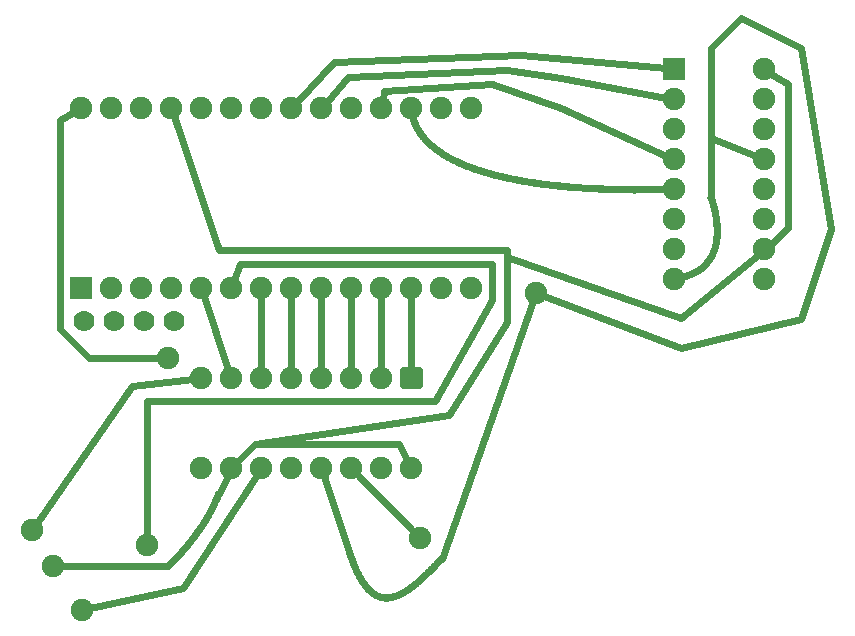
<source format=gbl>
G04 MADE WITH FRITZING*
G04 WWW.FRITZING.ORG*
G04 DOUBLE SIDED*
G04 HOLES PLATED*
G04 CONTOUR ON CENTER OF CONTOUR VECTOR*
%ASAXBY*%
%FSLAX23Y23*%
%MOIN*%
%OFA0B0*%
%SFA1.0B1.0*%
%ADD10C,0.070000*%
%ADD11C,0.075433*%
%ADD12C,0.075000*%
%ADD13R,0.075000X0.075000*%
%ADD14C,0.024000*%
%ADD15C,0.020000*%
%ADD16R,0.001000X0.001000*%
%LNCOPPER0*%
G90*
G70*
G54D10*
X742Y1217D03*
X642Y1217D03*
X942Y1217D03*
X842Y1217D03*
G54D11*
X924Y1096D03*
X852Y472D03*
X540Y400D03*
X636Y256D03*
X1764Y496D03*
X2148Y1312D03*
X468Y520D03*
G54D12*
X634Y1328D03*
X634Y1928D03*
X734Y1328D03*
X734Y1928D03*
X834Y1328D03*
X834Y1928D03*
X934Y1328D03*
X934Y1928D03*
X1034Y1328D03*
X1034Y1928D03*
X1134Y1328D03*
X1134Y1928D03*
X1234Y1328D03*
X1234Y1928D03*
X1334Y1328D03*
X1334Y1928D03*
X1434Y1328D03*
X1434Y1928D03*
X1534Y1328D03*
X1534Y1928D03*
X1634Y1328D03*
X1634Y1928D03*
X1734Y1328D03*
X1734Y1928D03*
X1834Y1328D03*
X1834Y1928D03*
X1934Y1328D03*
X1934Y1928D03*
X1734Y1028D03*
X1734Y728D03*
X1634Y1028D03*
X1634Y728D03*
X1534Y1028D03*
X1534Y728D03*
X1434Y1028D03*
X1434Y728D03*
X1334Y1028D03*
X1334Y728D03*
X1234Y1028D03*
X1234Y728D03*
X1134Y1028D03*
X1134Y728D03*
X1034Y1028D03*
X1034Y728D03*
X2610Y2057D03*
X2910Y2057D03*
X2610Y1957D03*
X2910Y1957D03*
X2610Y1857D03*
X2910Y1857D03*
X2610Y1757D03*
X2910Y1757D03*
X2610Y1657D03*
X2910Y1657D03*
X2610Y1557D03*
X2910Y1557D03*
X2610Y1457D03*
X2910Y1457D03*
X2610Y1357D03*
X2910Y1357D03*
G54D13*
X634Y1328D03*
X2610Y2057D03*
G54D14*
X1634Y1299D02*
X1634Y1056D01*
D02*
X1534Y1299D02*
X1534Y1056D01*
D02*
X1434Y1299D02*
X1434Y1056D01*
D02*
X1334Y1299D02*
X1334Y1056D01*
D02*
X1734Y1056D02*
X1734Y1299D01*
D02*
X1234Y1299D02*
X1234Y1056D01*
D02*
X1043Y1300D02*
X1124Y1055D01*
D02*
X1639Y1956D02*
X1644Y1984D01*
D02*
X1644Y1984D02*
X2004Y2008D01*
X2004Y2008D02*
X2232Y1928D01*
D02*
X2232Y1928D02*
X2584Y1769D01*
D02*
X2582Y1962D02*
X2232Y2028D01*
D02*
X2232Y2028D02*
X2052Y2056D01*
X2052Y2056D02*
X1524Y2032D01*
X1524Y2032D02*
X1452Y1949D01*
D02*
X1353Y1948D02*
X1476Y2080D01*
D02*
X1476Y2080D02*
X2100Y2104D01*
X2100Y2104D02*
X2581Y2060D01*
D02*
X609Y1913D02*
X564Y1888D01*
D02*
X564Y1888D02*
X564Y1192D01*
D02*
X564Y1192D02*
X660Y1096D01*
D02*
X660Y1096D02*
X895Y1096D01*
D02*
X852Y501D02*
X852Y952D01*
D02*
X852Y952D02*
X1812Y952D01*
X1812Y952D02*
X2004Y1288D01*
X2004Y1288D02*
X2004Y1408D01*
X2004Y1408D02*
X1164Y1408D01*
X1164Y1408D02*
X1144Y1354D01*
D02*
X1720Y753D02*
X1692Y808D01*
X1692Y808D02*
X1212Y808D01*
X1212Y808D02*
X1154Y748D01*
D02*
X569Y400D02*
X924Y400D01*
D02*
X1092Y640D02*
X1121Y702D01*
D02*
X943Y1900D02*
X1092Y1456D01*
D02*
X1092Y1456D02*
X2052Y1456D01*
D02*
X2052Y1456D02*
X2052Y1216D01*
X2052Y1216D02*
X1860Y904D01*
X1860Y904D02*
X1212Y808D01*
D02*
X2888Y1439D02*
X2633Y1228D01*
D02*
X2633Y1228D02*
X2052Y1432D01*
D02*
X2052Y1432D02*
X2052Y1456D01*
D02*
X2934Y2042D02*
X2988Y2008D01*
D02*
X2988Y2008D02*
X2988Y1528D01*
X2988Y1528D02*
X2931Y1476D01*
D02*
X1218Y704D02*
X972Y328D01*
D02*
X972Y328D02*
X664Y262D01*
D02*
X1744Y516D02*
X1554Y707D01*
D02*
X2138Y1285D02*
X1836Y424D01*
D02*
X1534Y428D02*
X1443Y700D01*
D02*
X2733Y1627D02*
X2733Y2127D01*
D02*
X2733Y2127D02*
X2834Y2227D01*
D02*
X2834Y2227D02*
X3033Y2129D01*
D02*
X3033Y2129D02*
X3134Y1526D01*
D02*
X3134Y1526D02*
X3033Y1226D01*
D02*
X3033Y1226D02*
X2632Y1129D01*
D02*
X2632Y1129D02*
X2175Y1302D01*
D02*
X2883Y1768D02*
X2733Y1828D01*
D02*
X2733Y1828D02*
X2733Y1627D01*
D02*
X485Y543D02*
X804Y1000D01*
D02*
X804Y1000D02*
X1005Y1024D01*
G54D15*
X1761Y1000D02*
X1706Y1000D01*
X1706Y1055D01*
X1761Y1055D01*
X1761Y1000D01*
D02*
G54D16*
X1731Y1940D02*
X1735Y1940D01*
X1728Y1939D02*
X1738Y1939D01*
X1726Y1938D02*
X1739Y1938D01*
X1725Y1937D02*
X1741Y1937D01*
X1724Y1936D02*
X1742Y1936D01*
X1723Y1935D02*
X1742Y1935D01*
X1723Y1934D02*
X1743Y1934D01*
X1722Y1933D02*
X1743Y1933D01*
X1722Y1932D02*
X1744Y1932D01*
X1722Y1931D02*
X1744Y1931D01*
X1722Y1930D02*
X1744Y1930D01*
X1721Y1929D02*
X1744Y1929D01*
X1721Y1928D02*
X1744Y1928D01*
X1721Y1927D02*
X1745Y1927D01*
X1722Y1926D02*
X1745Y1926D01*
X1722Y1925D02*
X1745Y1925D01*
X1722Y1924D02*
X1745Y1924D01*
X1722Y1923D02*
X1745Y1923D01*
X1722Y1922D02*
X1745Y1922D01*
X1722Y1921D02*
X1745Y1921D01*
X1722Y1920D02*
X1745Y1920D01*
X1722Y1919D02*
X1746Y1919D01*
X1722Y1918D02*
X1746Y1918D01*
X1723Y1917D02*
X1746Y1917D01*
X1723Y1916D02*
X1746Y1916D01*
X1723Y1915D02*
X1746Y1915D01*
X1723Y1914D02*
X1746Y1914D01*
X1723Y1913D02*
X1746Y1913D01*
X1723Y1912D02*
X1747Y1912D01*
X1724Y1911D02*
X1747Y1911D01*
X1724Y1910D02*
X1747Y1910D01*
X1724Y1909D02*
X1747Y1909D01*
X1724Y1908D02*
X1747Y1908D01*
X1724Y1907D02*
X1748Y1907D01*
X1724Y1906D02*
X1748Y1906D01*
X1725Y1905D02*
X1748Y1905D01*
X1725Y1904D02*
X1748Y1904D01*
X1725Y1903D02*
X1749Y1903D01*
X1725Y1902D02*
X1749Y1902D01*
X1726Y1901D02*
X1749Y1901D01*
X1726Y1900D02*
X1749Y1900D01*
X1726Y1899D02*
X1750Y1899D01*
X1726Y1898D02*
X1750Y1898D01*
X1727Y1897D02*
X1750Y1897D01*
X1727Y1896D02*
X1750Y1896D01*
X1727Y1895D02*
X1751Y1895D01*
X1727Y1894D02*
X1751Y1894D01*
X1728Y1893D02*
X1751Y1893D01*
X1728Y1892D02*
X1752Y1892D01*
X1728Y1891D02*
X1752Y1891D01*
X1728Y1890D02*
X1752Y1890D01*
X1729Y1889D02*
X1753Y1889D01*
X1729Y1888D02*
X1753Y1888D01*
X1729Y1887D02*
X1753Y1887D01*
X1730Y1886D02*
X1754Y1886D01*
X1730Y1885D02*
X1754Y1885D01*
X1730Y1884D02*
X1755Y1884D01*
X1731Y1883D02*
X1755Y1883D01*
X1731Y1882D02*
X1755Y1882D01*
X1731Y1881D02*
X1756Y1881D01*
X1732Y1880D02*
X1756Y1880D01*
X1732Y1879D02*
X1757Y1879D01*
X1733Y1878D02*
X1757Y1878D01*
X1733Y1877D02*
X1757Y1877D01*
X1733Y1876D02*
X1758Y1876D01*
X1734Y1875D02*
X1758Y1875D01*
X1734Y1874D02*
X1759Y1874D01*
X1734Y1873D02*
X1759Y1873D01*
X1735Y1872D02*
X1760Y1872D01*
X1735Y1871D02*
X1760Y1871D01*
X1736Y1870D02*
X1761Y1870D01*
X1736Y1869D02*
X1761Y1869D01*
X1737Y1868D02*
X1762Y1868D01*
X1737Y1867D02*
X1762Y1867D01*
X1737Y1866D02*
X1763Y1866D01*
X1738Y1865D02*
X1763Y1865D01*
X1738Y1864D02*
X1764Y1864D01*
X1739Y1863D02*
X1765Y1863D01*
X1739Y1862D02*
X1765Y1862D01*
X1740Y1861D02*
X1766Y1861D01*
X1740Y1860D02*
X1766Y1860D01*
X1741Y1859D02*
X1767Y1859D01*
X1741Y1858D02*
X1768Y1858D01*
X1742Y1857D02*
X1768Y1857D01*
X1742Y1856D02*
X1769Y1856D01*
X1743Y1855D02*
X1769Y1855D01*
X1743Y1854D02*
X1770Y1854D01*
X1744Y1853D02*
X1771Y1853D01*
X1745Y1852D02*
X1772Y1852D01*
X1745Y1851D02*
X1772Y1851D01*
X1746Y1850D02*
X1773Y1850D01*
X1746Y1849D02*
X1774Y1849D01*
X1747Y1848D02*
X1774Y1848D01*
X1747Y1847D02*
X1775Y1847D01*
X1748Y1846D02*
X1776Y1846D01*
X1749Y1845D02*
X1776Y1845D01*
X1749Y1844D02*
X1777Y1844D01*
X1750Y1843D02*
X1778Y1843D01*
X1750Y1842D02*
X1779Y1842D01*
X1751Y1841D02*
X1780Y1841D01*
X1752Y1840D02*
X1780Y1840D01*
X1752Y1839D02*
X1781Y1839D01*
X1753Y1838D02*
X1782Y1838D01*
X1754Y1837D02*
X1783Y1837D01*
X1754Y1836D02*
X1784Y1836D01*
X1755Y1835D02*
X1784Y1835D01*
X1756Y1834D02*
X1785Y1834D01*
X1757Y1833D02*
X1786Y1833D01*
X1757Y1832D02*
X1787Y1832D01*
X1758Y1831D02*
X1788Y1831D01*
X1759Y1830D02*
X1789Y1830D01*
X1759Y1829D02*
X1790Y1829D01*
X1760Y1828D02*
X1791Y1828D01*
X1761Y1827D02*
X1792Y1827D01*
X1762Y1826D02*
X1793Y1826D01*
X1763Y1825D02*
X1794Y1825D01*
X1763Y1824D02*
X1794Y1824D01*
X1764Y1823D02*
X1795Y1823D01*
X1765Y1822D02*
X1796Y1822D01*
X1766Y1821D02*
X1797Y1821D01*
X1767Y1820D02*
X1798Y1820D01*
X1768Y1819D02*
X1800Y1819D01*
X1768Y1818D02*
X1801Y1818D01*
X1769Y1817D02*
X1802Y1817D01*
X1770Y1816D02*
X1803Y1816D01*
X1771Y1815D02*
X1804Y1815D01*
X1772Y1814D02*
X1805Y1814D01*
X1773Y1813D02*
X1806Y1813D01*
X1774Y1812D02*
X1807Y1812D01*
X1775Y1811D02*
X1808Y1811D01*
X1776Y1810D02*
X1809Y1810D01*
X1777Y1809D02*
X1811Y1809D01*
X1778Y1808D02*
X1812Y1808D01*
X1779Y1807D02*
X1813Y1807D01*
X1779Y1806D02*
X1814Y1806D01*
X1780Y1805D02*
X1815Y1805D01*
X1782Y1804D02*
X1816Y1804D01*
X1783Y1803D02*
X1818Y1803D01*
X1784Y1802D02*
X1819Y1802D01*
X1785Y1801D02*
X1820Y1801D01*
X1786Y1800D02*
X1822Y1800D01*
X1787Y1799D02*
X1823Y1799D01*
X1788Y1798D02*
X1824Y1798D01*
X1789Y1797D02*
X1826Y1797D01*
X1790Y1796D02*
X1827Y1796D01*
X1791Y1795D02*
X1828Y1795D01*
X1792Y1794D02*
X1830Y1794D01*
X1793Y1793D02*
X1831Y1793D01*
X1795Y1792D02*
X1833Y1792D01*
X1796Y1791D02*
X1834Y1791D01*
X1797Y1790D02*
X1836Y1790D01*
X1798Y1789D02*
X1837Y1789D01*
X1799Y1788D02*
X1838Y1788D01*
X1801Y1787D02*
X1840Y1787D01*
X1802Y1786D02*
X1841Y1786D01*
X1803Y1785D02*
X1843Y1785D01*
X1804Y1784D02*
X1845Y1784D01*
X1806Y1783D02*
X1846Y1783D01*
X1807Y1782D02*
X1848Y1782D01*
X1808Y1781D02*
X1850Y1781D01*
X1810Y1780D02*
X1851Y1780D01*
X1811Y1779D02*
X1853Y1779D01*
X1812Y1778D02*
X1854Y1778D01*
X1814Y1777D02*
X1856Y1777D01*
X1815Y1776D02*
X1858Y1776D01*
X1816Y1775D02*
X1860Y1775D01*
X1818Y1774D02*
X1861Y1774D01*
X1819Y1773D02*
X1863Y1773D01*
X1821Y1772D02*
X1865Y1772D01*
X1822Y1771D02*
X1867Y1771D01*
X1823Y1770D02*
X1869Y1770D01*
X1825Y1769D02*
X1870Y1769D01*
X1826Y1768D02*
X1872Y1768D01*
X1828Y1767D02*
X1874Y1767D01*
X1829Y1766D02*
X1876Y1766D01*
X1831Y1765D02*
X1878Y1765D01*
X1832Y1764D02*
X1880Y1764D01*
X1834Y1763D02*
X1882Y1763D01*
X1836Y1762D02*
X1884Y1762D01*
X1837Y1761D02*
X1886Y1761D01*
X1839Y1760D02*
X1888Y1760D01*
X1841Y1759D02*
X1891Y1759D01*
X1842Y1758D02*
X1893Y1758D01*
X1844Y1757D02*
X1895Y1757D01*
X1846Y1756D02*
X1897Y1756D01*
X1847Y1755D02*
X1899Y1755D01*
X1849Y1754D02*
X1901Y1754D01*
X1851Y1753D02*
X1904Y1753D01*
X1853Y1752D02*
X1906Y1752D01*
X1854Y1751D02*
X1908Y1751D01*
X1856Y1750D02*
X1911Y1750D01*
X1858Y1749D02*
X1913Y1749D01*
X1860Y1748D02*
X1915Y1748D01*
X1862Y1747D02*
X1918Y1747D01*
X1864Y1746D02*
X1920Y1746D01*
X1866Y1745D02*
X1923Y1745D01*
X1868Y1744D02*
X1925Y1744D01*
X1870Y1743D02*
X1928Y1743D01*
X1872Y1742D02*
X1931Y1742D01*
X1874Y1741D02*
X1933Y1741D01*
X1876Y1740D02*
X1936Y1740D01*
X1878Y1739D02*
X1939Y1739D01*
X1880Y1738D02*
X1941Y1738D01*
X1882Y1737D02*
X1944Y1737D01*
X1884Y1736D02*
X1947Y1736D01*
X1886Y1735D02*
X1950Y1735D01*
X1888Y1734D02*
X1953Y1734D01*
X1891Y1733D02*
X1956Y1733D01*
X1893Y1732D02*
X1959Y1732D01*
X1895Y1731D02*
X1962Y1731D01*
X1897Y1730D02*
X1965Y1730D01*
X1900Y1729D02*
X1968Y1729D01*
X1902Y1728D02*
X1971Y1728D01*
X1905Y1727D02*
X1974Y1727D01*
X1907Y1726D02*
X1978Y1726D01*
X1909Y1725D02*
X1981Y1725D01*
X1912Y1724D02*
X1984Y1724D01*
X1914Y1723D02*
X1987Y1723D01*
X1917Y1722D02*
X1991Y1722D01*
X1920Y1721D02*
X1995Y1721D01*
X1922Y1720D02*
X1998Y1720D01*
X1925Y1719D02*
X2002Y1719D01*
X1927Y1718D02*
X2005Y1718D01*
X1930Y1717D02*
X2009Y1717D01*
X1933Y1716D02*
X2013Y1716D01*
X1936Y1715D02*
X2017Y1715D01*
X1938Y1714D02*
X2021Y1714D01*
X1941Y1713D02*
X2025Y1713D01*
X1944Y1712D02*
X2029Y1712D01*
X1947Y1711D02*
X2033Y1711D01*
X1950Y1710D02*
X2037Y1710D01*
X1953Y1709D02*
X2041Y1709D01*
X1956Y1708D02*
X2046Y1708D01*
X1959Y1707D02*
X2050Y1707D01*
X1962Y1706D02*
X2055Y1706D01*
X1965Y1705D02*
X2059Y1705D01*
X1969Y1704D02*
X2064Y1704D01*
X1972Y1703D02*
X2069Y1703D01*
X1975Y1702D02*
X2074Y1702D01*
X1979Y1701D02*
X2079Y1701D01*
X1982Y1700D02*
X2084Y1700D01*
X1985Y1699D02*
X2089Y1699D01*
X1989Y1698D02*
X2095Y1698D01*
X1993Y1697D02*
X2100Y1697D01*
X1996Y1696D02*
X2106Y1696D01*
X2000Y1695D02*
X2111Y1695D01*
X2004Y1694D02*
X2117Y1694D01*
X2007Y1693D02*
X2123Y1693D01*
X2011Y1692D02*
X2129Y1692D01*
X2015Y1691D02*
X2136Y1691D01*
X2019Y1690D02*
X2142Y1690D01*
X2023Y1689D02*
X2149Y1689D01*
X2027Y1688D02*
X2156Y1688D01*
X2031Y1687D02*
X2163Y1687D01*
X2036Y1686D02*
X2170Y1686D01*
X2040Y1685D02*
X2178Y1685D01*
X2044Y1684D02*
X2186Y1684D01*
X2049Y1683D02*
X2194Y1683D01*
X2054Y1682D02*
X2202Y1682D01*
X2058Y1681D02*
X2211Y1681D01*
X2063Y1680D02*
X2220Y1680D01*
X2068Y1679D02*
X2231Y1679D01*
X2073Y1678D02*
X2241Y1678D01*
X2078Y1677D02*
X2252Y1677D01*
X2083Y1676D02*
X2262Y1676D01*
X2088Y1675D02*
X2275Y1675D01*
X2094Y1674D02*
X2288Y1674D01*
X2099Y1673D02*
X2301Y1673D01*
X2105Y1672D02*
X2318Y1672D01*
X2111Y1671D02*
X2334Y1671D01*
X2116Y1670D02*
X2354Y1670D01*
X2122Y1669D02*
X2376Y1669D01*
X2587Y1669D02*
X2613Y1669D01*
X2129Y1668D02*
X2408Y1668D01*
X2558Y1668D02*
X2615Y1668D01*
X2135Y1667D02*
X2472Y1667D01*
X2488Y1667D02*
X2616Y1667D01*
X2141Y1666D02*
X2617Y1666D01*
X2148Y1665D02*
X2618Y1665D01*
X2155Y1664D02*
X2619Y1664D01*
X2162Y1663D02*
X2619Y1663D01*
X2170Y1662D02*
X2620Y1662D01*
X2177Y1661D02*
X2620Y1661D01*
X2185Y1660D02*
X2620Y1660D01*
X2194Y1659D02*
X2620Y1659D01*
X2202Y1658D02*
X2620Y1658D01*
X2211Y1657D02*
X2620Y1657D01*
X2220Y1656D02*
X2620Y1656D01*
X2231Y1655D02*
X2620Y1655D01*
X2241Y1654D02*
X2620Y1654D01*
X2252Y1653D02*
X2619Y1653D01*
X2262Y1652D02*
X2619Y1652D01*
X2275Y1651D02*
X2618Y1651D01*
X2288Y1650D02*
X2617Y1650D01*
X2302Y1649D02*
X2616Y1649D01*
X2318Y1648D02*
X2615Y1648D01*
X2334Y1647D02*
X2613Y1647D01*
X2355Y1646D02*
X2609Y1646D01*
X2378Y1645D02*
X2587Y1645D01*
X2408Y1644D02*
X2557Y1644D01*
X2474Y1643D02*
X2483Y1643D01*
X2731Y1640D02*
X2734Y1640D01*
X2728Y1639D02*
X2737Y1639D01*
X2726Y1638D02*
X2739Y1638D01*
X2725Y1637D02*
X2740Y1637D01*
X2724Y1636D02*
X2741Y1636D01*
X2723Y1635D02*
X2742Y1635D01*
X2723Y1634D02*
X2743Y1634D01*
X2722Y1633D02*
X2743Y1633D01*
X2722Y1632D02*
X2743Y1632D01*
X2721Y1631D02*
X2744Y1631D01*
X2721Y1630D02*
X2744Y1630D01*
X2721Y1629D02*
X2745Y1629D01*
X2721Y1628D02*
X2745Y1628D01*
X2721Y1627D02*
X2745Y1627D01*
X2721Y1626D02*
X2746Y1626D01*
X2722Y1625D02*
X2746Y1625D01*
X2722Y1624D02*
X2746Y1624D01*
X2722Y1623D02*
X2747Y1623D01*
X2723Y1622D02*
X2747Y1622D01*
X2723Y1621D02*
X2747Y1621D01*
X2723Y1620D02*
X2748Y1620D01*
X2724Y1619D02*
X2748Y1619D01*
X2724Y1618D02*
X2748Y1618D01*
X2724Y1617D02*
X2749Y1617D01*
X2725Y1616D02*
X2749Y1616D01*
X2725Y1615D02*
X2749Y1615D01*
X2725Y1614D02*
X2750Y1614D01*
X2726Y1613D02*
X2750Y1613D01*
X2726Y1612D02*
X2750Y1612D01*
X2726Y1611D02*
X2750Y1611D01*
X2727Y1610D02*
X2751Y1610D01*
X2727Y1609D02*
X2751Y1609D01*
X2727Y1608D02*
X2751Y1608D01*
X2728Y1607D02*
X2752Y1607D01*
X2728Y1606D02*
X2752Y1606D01*
X2728Y1605D02*
X2752Y1605D01*
X2729Y1604D02*
X2752Y1604D01*
X2729Y1603D02*
X2753Y1603D01*
X2729Y1602D02*
X2753Y1602D01*
X2729Y1601D02*
X2753Y1601D01*
X2730Y1600D02*
X2753Y1600D01*
X2730Y1599D02*
X2754Y1599D01*
X2730Y1598D02*
X2754Y1598D01*
X2730Y1597D02*
X2754Y1597D01*
X2731Y1596D02*
X2755Y1596D01*
X2731Y1595D02*
X2755Y1595D01*
X2731Y1594D02*
X2755Y1594D01*
X2732Y1593D02*
X2755Y1593D01*
X2732Y1592D02*
X2756Y1592D01*
X2732Y1591D02*
X2756Y1591D01*
X2732Y1590D02*
X2756Y1590D01*
X2733Y1589D02*
X2756Y1589D01*
X2733Y1588D02*
X2756Y1588D01*
X2733Y1587D02*
X2757Y1587D01*
X2733Y1586D02*
X2757Y1586D01*
X2734Y1585D02*
X2757Y1585D01*
X2734Y1584D02*
X2757Y1584D01*
X2734Y1583D02*
X2758Y1583D01*
X2734Y1582D02*
X2758Y1582D01*
X2734Y1581D02*
X2758Y1581D01*
X2735Y1580D02*
X2758Y1580D01*
X2735Y1579D02*
X2758Y1579D01*
X2735Y1578D02*
X2759Y1578D01*
X2735Y1577D02*
X2759Y1577D01*
X2736Y1576D02*
X2759Y1576D01*
X2736Y1575D02*
X2759Y1575D01*
X2736Y1574D02*
X2759Y1574D01*
X2736Y1573D02*
X2760Y1573D01*
X2736Y1572D02*
X2760Y1572D01*
X2737Y1571D02*
X2760Y1571D01*
X2737Y1570D02*
X2760Y1570D01*
X2737Y1569D02*
X2760Y1569D01*
X2737Y1568D02*
X2760Y1568D01*
X2737Y1567D02*
X2761Y1567D01*
X2737Y1566D02*
X2761Y1566D01*
X2738Y1565D02*
X2761Y1565D01*
X2738Y1564D02*
X2761Y1564D01*
X2738Y1563D02*
X2761Y1563D01*
X2738Y1562D02*
X2761Y1562D01*
X2738Y1561D02*
X2762Y1561D01*
X2739Y1560D02*
X2762Y1560D01*
X2739Y1559D02*
X2762Y1559D01*
X2739Y1558D02*
X2762Y1558D01*
X2739Y1557D02*
X2762Y1557D01*
X2739Y1556D02*
X2762Y1556D01*
X2739Y1555D02*
X2762Y1555D01*
X2739Y1554D02*
X2763Y1554D01*
X2740Y1553D02*
X2763Y1553D01*
X2740Y1552D02*
X2763Y1552D01*
X2740Y1551D02*
X2763Y1551D01*
X2740Y1550D02*
X2763Y1550D01*
X2740Y1549D02*
X2763Y1549D01*
X2740Y1548D02*
X2763Y1548D01*
X2740Y1547D02*
X2763Y1547D01*
X2740Y1546D02*
X2763Y1546D01*
X2740Y1545D02*
X2764Y1545D01*
X2741Y1544D02*
X2764Y1544D01*
X2741Y1543D02*
X2764Y1543D01*
X2741Y1542D02*
X2764Y1542D01*
X2741Y1541D02*
X2764Y1541D01*
X2741Y1540D02*
X2764Y1540D01*
X2741Y1539D02*
X2764Y1539D01*
X2741Y1538D02*
X2764Y1538D01*
X2741Y1537D02*
X2764Y1537D01*
X2741Y1536D02*
X2764Y1536D01*
X2741Y1535D02*
X2764Y1535D01*
X2741Y1534D02*
X2764Y1534D01*
X2741Y1533D02*
X2764Y1533D01*
X2742Y1532D02*
X2765Y1532D01*
X2742Y1531D02*
X2765Y1531D01*
X2742Y1530D02*
X2765Y1530D01*
X2742Y1529D02*
X2765Y1529D01*
X2742Y1528D02*
X2765Y1528D01*
X2742Y1527D02*
X2765Y1527D01*
X2742Y1526D02*
X2765Y1526D01*
X2742Y1525D02*
X2765Y1525D01*
X2742Y1524D02*
X2765Y1524D01*
X2742Y1523D02*
X2765Y1523D01*
X2742Y1522D02*
X2765Y1522D01*
X2742Y1521D02*
X2765Y1521D01*
X2742Y1520D02*
X2765Y1520D01*
X2742Y1519D02*
X2765Y1519D01*
X2742Y1518D02*
X2765Y1518D01*
X2742Y1517D02*
X2765Y1517D01*
X2742Y1516D02*
X2765Y1516D01*
X2742Y1515D02*
X2765Y1515D01*
X2742Y1514D02*
X2765Y1514D01*
X2742Y1513D02*
X2765Y1513D01*
X2742Y1512D02*
X2765Y1512D01*
X2742Y1511D02*
X2765Y1511D01*
X2742Y1510D02*
X2765Y1510D01*
X2742Y1509D02*
X2765Y1509D01*
X2742Y1508D02*
X2765Y1508D01*
X2742Y1507D02*
X2765Y1507D01*
X2742Y1506D02*
X2765Y1506D01*
X2742Y1505D02*
X2765Y1505D01*
X2742Y1504D02*
X2765Y1504D01*
X2742Y1503D02*
X2765Y1503D01*
X2742Y1502D02*
X2765Y1502D01*
X2741Y1501D02*
X2764Y1501D01*
X2741Y1500D02*
X2764Y1500D01*
X2741Y1499D02*
X2764Y1499D01*
X2741Y1498D02*
X2764Y1498D01*
X2741Y1497D02*
X2764Y1497D01*
X2741Y1496D02*
X2764Y1496D01*
X2741Y1495D02*
X2764Y1495D01*
X2741Y1494D02*
X2764Y1494D01*
X2741Y1493D02*
X2764Y1493D01*
X2741Y1492D02*
X2764Y1492D01*
X2740Y1491D02*
X2764Y1491D01*
X2740Y1490D02*
X2764Y1490D01*
X2740Y1489D02*
X2763Y1489D01*
X2740Y1488D02*
X2763Y1488D01*
X2740Y1487D02*
X2763Y1487D01*
X2740Y1486D02*
X2763Y1486D01*
X2740Y1485D02*
X2763Y1485D01*
X2740Y1484D02*
X2763Y1484D01*
X2739Y1483D02*
X2762Y1483D01*
X2739Y1482D02*
X2762Y1482D01*
X2739Y1481D02*
X2762Y1481D01*
X2739Y1480D02*
X2762Y1480D01*
X2739Y1479D02*
X2762Y1479D01*
X2738Y1478D02*
X2762Y1478D01*
X2738Y1477D02*
X2762Y1477D01*
X2738Y1476D02*
X2761Y1476D01*
X2738Y1475D02*
X2761Y1475D01*
X2738Y1474D02*
X2761Y1474D01*
X2737Y1473D02*
X2761Y1473D01*
X2737Y1472D02*
X2761Y1472D01*
X2737Y1471D02*
X2760Y1471D01*
X2737Y1470D02*
X2760Y1470D01*
X2736Y1469D02*
X2760Y1469D01*
X2736Y1468D02*
X2760Y1468D01*
X2736Y1467D02*
X2759Y1467D01*
X2736Y1466D02*
X2759Y1466D01*
X2735Y1465D02*
X2759Y1465D01*
X2735Y1464D02*
X2759Y1464D01*
X2735Y1463D02*
X2758Y1463D01*
X2734Y1462D02*
X2758Y1462D01*
X2734Y1461D02*
X2758Y1461D01*
X2734Y1460D02*
X2758Y1460D01*
X2733Y1459D02*
X2757Y1459D01*
X2733Y1458D02*
X2757Y1458D01*
X2733Y1457D02*
X2757Y1457D01*
X2732Y1456D02*
X2756Y1456D01*
X2732Y1455D02*
X2756Y1455D01*
X2732Y1454D02*
X2756Y1454D01*
X2731Y1453D02*
X2755Y1453D01*
X2731Y1452D02*
X2755Y1452D01*
X2730Y1451D02*
X2755Y1451D01*
X2730Y1450D02*
X2754Y1450D01*
X2730Y1449D02*
X2754Y1449D01*
X2729Y1448D02*
X2754Y1448D01*
X2729Y1447D02*
X2753Y1447D01*
X2728Y1446D02*
X2753Y1446D01*
X2728Y1445D02*
X2753Y1445D01*
X2727Y1444D02*
X2752Y1444D01*
X2727Y1443D02*
X2752Y1443D01*
X2726Y1442D02*
X2751Y1442D01*
X2726Y1441D02*
X2751Y1441D01*
X2725Y1440D02*
X2751Y1440D01*
X2725Y1439D02*
X2750Y1439D01*
X2724Y1438D02*
X2750Y1438D01*
X2724Y1437D02*
X2749Y1437D01*
X2723Y1436D02*
X2749Y1436D01*
X2722Y1435D02*
X2748Y1435D01*
X2722Y1434D02*
X2748Y1434D01*
X2721Y1433D02*
X2747Y1433D01*
X2721Y1432D02*
X2747Y1432D01*
X2720Y1431D02*
X2746Y1431D01*
X2719Y1430D02*
X2746Y1430D01*
X2719Y1429D02*
X2745Y1429D01*
X2718Y1428D02*
X2745Y1428D01*
X2717Y1427D02*
X2744Y1427D01*
X2717Y1426D02*
X2744Y1426D01*
X2716Y1425D02*
X2743Y1425D01*
X2715Y1424D02*
X2743Y1424D01*
X2714Y1423D02*
X2742Y1423D01*
X2714Y1422D02*
X2742Y1422D01*
X2713Y1421D02*
X2741Y1421D01*
X2712Y1420D02*
X2740Y1420D01*
X2711Y1419D02*
X2740Y1419D01*
X2710Y1418D02*
X2739Y1418D01*
X2709Y1417D02*
X2738Y1417D01*
X2708Y1416D02*
X2738Y1416D01*
X2708Y1415D02*
X2737Y1415D01*
X2707Y1414D02*
X2736Y1414D01*
X2706Y1413D02*
X2736Y1413D01*
X2705Y1412D02*
X2735Y1412D01*
X2704Y1411D02*
X2734Y1411D01*
X2703Y1410D02*
X2734Y1410D01*
X2702Y1409D02*
X2733Y1409D01*
X2701Y1408D02*
X2732Y1408D01*
X2699Y1407D02*
X2731Y1407D01*
X2698Y1406D02*
X2730Y1406D01*
X2697Y1405D02*
X2730Y1405D01*
X2696Y1404D02*
X2729Y1404D01*
X2695Y1403D02*
X2728Y1403D01*
X2693Y1402D02*
X2727Y1402D01*
X2692Y1401D02*
X2726Y1401D01*
X2691Y1400D02*
X2725Y1400D01*
X2689Y1399D02*
X2724Y1399D01*
X2688Y1398D02*
X2723Y1398D01*
X2686Y1397D02*
X2722Y1397D01*
X2685Y1396D02*
X2721Y1396D01*
X2683Y1395D02*
X2721Y1395D01*
X2682Y1394D02*
X2720Y1394D01*
X2680Y1393D02*
X2718Y1393D01*
X2678Y1392D02*
X2717Y1392D01*
X2676Y1391D02*
X2716Y1391D01*
X2675Y1390D02*
X2715Y1390D01*
X2673Y1389D02*
X2714Y1389D01*
X2671Y1388D02*
X2713Y1388D01*
X2669Y1387D02*
X2712Y1387D01*
X2667Y1386D02*
X2711Y1386D01*
X2664Y1385D02*
X2709Y1385D01*
X2662Y1384D02*
X2708Y1384D01*
X2660Y1383D02*
X2707Y1383D01*
X2657Y1382D02*
X2705Y1382D01*
X2654Y1381D02*
X2704Y1381D01*
X2652Y1380D02*
X2703Y1380D01*
X2649Y1379D02*
X2701Y1379D01*
X2645Y1378D02*
X2700Y1378D01*
X2642Y1377D02*
X2698Y1377D01*
X2638Y1376D02*
X2697Y1376D01*
X2635Y1375D02*
X2695Y1375D01*
X2630Y1374D02*
X2694Y1374D01*
X2626Y1373D02*
X2692Y1373D01*
X2621Y1372D02*
X2691Y1372D01*
X2615Y1371D02*
X2689Y1371D01*
X2608Y1370D02*
X2687Y1370D01*
X2605Y1369D02*
X2685Y1369D01*
X2603Y1368D02*
X2683Y1368D01*
X2601Y1367D02*
X2681Y1367D01*
X2601Y1366D02*
X2679Y1366D01*
X2600Y1365D02*
X2677Y1365D01*
X2599Y1364D02*
X2675Y1364D01*
X2599Y1363D02*
X2673Y1363D01*
X2598Y1362D02*
X2670Y1362D01*
X2598Y1361D02*
X2668Y1361D01*
X2598Y1360D02*
X2666Y1360D01*
X2597Y1359D02*
X2663Y1359D01*
X2597Y1358D02*
X2660Y1358D01*
X2598Y1357D02*
X2657Y1357D01*
X2598Y1356D02*
X2654Y1356D01*
X2598Y1355D02*
X2651Y1355D01*
X2598Y1354D02*
X2648Y1354D01*
X2599Y1353D02*
X2644Y1353D01*
X2599Y1352D02*
X2640Y1352D01*
X2600Y1351D02*
X2636Y1351D01*
X2601Y1350D02*
X2632Y1350D01*
X2602Y1349D02*
X2627Y1349D01*
X2603Y1348D02*
X2622Y1348D01*
X2605Y1347D02*
X2616Y1347D01*
X1090Y653D02*
X1093Y653D01*
X1087Y652D02*
X1096Y652D01*
X1085Y651D02*
X1098Y651D01*
X1084Y650D02*
X1099Y650D01*
X1083Y649D02*
X1100Y649D01*
X1082Y648D02*
X1101Y648D01*
X1081Y647D02*
X1101Y647D01*
X1081Y646D02*
X1102Y646D01*
X1081Y645D02*
X1102Y645D01*
X1080Y644D02*
X1103Y644D01*
X1080Y643D02*
X1103Y643D01*
X1079Y642D02*
X1103Y642D01*
X1079Y641D02*
X1103Y641D01*
X1079Y640D02*
X1103Y640D01*
X1078Y639D02*
X1103Y639D01*
X1078Y638D02*
X1102Y638D01*
X1077Y637D02*
X1102Y637D01*
X1077Y636D02*
X1102Y636D01*
X1077Y635D02*
X1101Y635D01*
X1076Y634D02*
X1101Y634D01*
X1076Y633D02*
X1101Y633D01*
X1075Y632D02*
X1100Y632D01*
X1075Y631D02*
X1100Y631D01*
X1074Y630D02*
X1099Y630D01*
X1074Y629D02*
X1099Y629D01*
X1074Y628D02*
X1099Y628D01*
X1073Y627D02*
X1098Y627D01*
X1073Y626D02*
X1098Y626D01*
X1072Y625D02*
X1097Y625D01*
X1072Y624D02*
X1097Y624D01*
X1071Y623D02*
X1097Y623D01*
X1071Y622D02*
X1096Y622D01*
X1071Y621D02*
X1096Y621D01*
X1070Y620D02*
X1095Y620D01*
X1070Y619D02*
X1095Y619D01*
X1069Y618D02*
X1094Y618D01*
X1069Y617D02*
X1094Y617D01*
X1068Y616D02*
X1094Y616D01*
X1068Y615D02*
X1093Y615D01*
X1067Y614D02*
X1093Y614D01*
X1067Y613D02*
X1092Y613D01*
X1066Y612D02*
X1092Y612D01*
X1066Y611D02*
X1091Y611D01*
X1065Y610D02*
X1091Y610D01*
X1065Y609D02*
X1090Y609D01*
X1065Y608D02*
X1090Y608D01*
X1064Y607D02*
X1090Y607D01*
X1064Y606D02*
X1089Y606D01*
X1063Y605D02*
X1089Y605D01*
X1063Y604D02*
X1088Y604D01*
X1062Y603D02*
X1088Y603D01*
X1062Y602D02*
X1087Y602D01*
X1061Y601D02*
X1087Y601D01*
X1061Y600D02*
X1086Y600D01*
X1060Y599D02*
X1086Y599D01*
X1060Y598D02*
X1085Y598D01*
X1059Y597D02*
X1085Y597D01*
X1059Y596D02*
X1084Y596D01*
X1058Y595D02*
X1084Y595D01*
X1058Y594D02*
X1083Y594D01*
X1057Y593D02*
X1083Y593D01*
X1056Y592D02*
X1082Y592D01*
X1056Y591D02*
X1082Y591D01*
X1055Y590D02*
X1081Y590D01*
X1055Y589D02*
X1081Y589D01*
X1054Y588D02*
X1080Y588D01*
X1054Y587D02*
X1080Y587D01*
X1053Y586D02*
X1079Y586D01*
X1053Y585D02*
X1079Y585D01*
X1052Y584D02*
X1078Y584D01*
X1052Y583D02*
X1078Y583D01*
X1051Y582D02*
X1077Y582D01*
X1051Y581D02*
X1077Y581D01*
X1050Y580D02*
X1076Y580D01*
X1049Y579D02*
X1076Y579D01*
X1049Y578D02*
X1075Y578D01*
X1048Y577D02*
X1075Y577D01*
X1048Y576D02*
X1074Y576D01*
X1047Y575D02*
X1074Y575D01*
X1047Y574D02*
X1073Y574D01*
X1046Y573D02*
X1073Y573D01*
X1046Y572D02*
X1072Y572D01*
X1045Y571D02*
X1071Y571D01*
X1044Y570D02*
X1071Y570D01*
X1044Y569D02*
X1070Y569D01*
X1043Y568D02*
X1070Y568D01*
X1043Y567D02*
X1069Y567D01*
X1042Y566D02*
X1069Y566D01*
X1041Y565D02*
X1068Y565D01*
X1041Y564D02*
X1067Y564D01*
X1040Y563D02*
X1067Y563D01*
X1040Y562D02*
X1066Y562D01*
X1039Y561D02*
X1066Y561D01*
X1038Y560D02*
X1065Y560D01*
X1038Y559D02*
X1065Y559D01*
X1037Y558D02*
X1064Y558D01*
X1037Y557D02*
X1063Y557D01*
X1036Y556D02*
X1063Y556D01*
X1035Y555D02*
X1062Y555D01*
X1035Y554D02*
X1062Y554D01*
X1034Y553D02*
X1061Y553D01*
X1034Y552D02*
X1061Y552D01*
X1033Y551D02*
X1060Y551D01*
X1032Y550D02*
X1059Y550D01*
X1032Y549D02*
X1059Y549D01*
X1031Y548D02*
X1058Y548D01*
X1030Y547D02*
X1058Y547D01*
X1030Y546D02*
X1057Y546D01*
X1029Y545D02*
X1056Y545D01*
X1028Y544D02*
X1056Y544D01*
X1028Y543D02*
X1055Y543D01*
X1027Y542D02*
X1054Y542D01*
X1026Y541D02*
X1054Y541D01*
X1026Y540D02*
X1053Y540D01*
X1025Y539D02*
X1053Y539D01*
X1024Y538D02*
X1052Y538D01*
X1024Y537D02*
X1051Y537D01*
X1023Y536D02*
X1051Y536D01*
X1022Y535D02*
X1050Y535D01*
X1022Y534D02*
X1049Y534D01*
X1021Y533D02*
X1049Y533D01*
X1020Y532D02*
X1048Y532D01*
X1020Y531D02*
X1047Y531D01*
X1019Y530D02*
X1047Y530D01*
X1018Y529D02*
X1046Y529D01*
X1018Y528D02*
X1045Y528D01*
X1017Y527D02*
X1045Y527D01*
X1016Y526D02*
X1044Y526D01*
X1015Y525D02*
X1043Y525D01*
X1015Y524D02*
X1043Y524D01*
X1014Y523D02*
X1042Y523D01*
X1013Y522D02*
X1041Y522D01*
X1013Y521D02*
X1041Y521D01*
X1012Y520D02*
X1040Y520D01*
X1011Y519D02*
X1039Y519D01*
X1011Y518D02*
X1039Y518D01*
X1010Y517D02*
X1038Y517D01*
X1009Y516D02*
X1037Y516D01*
X1008Y515D02*
X1037Y515D01*
X1008Y514D02*
X1036Y514D01*
X1007Y513D02*
X1035Y513D01*
X1006Y512D02*
X1035Y512D01*
X1006Y511D02*
X1034Y511D01*
X1005Y510D02*
X1033Y510D01*
X1004Y509D02*
X1033Y509D01*
X1003Y508D02*
X1032Y508D01*
X1003Y507D02*
X1031Y507D01*
X1002Y506D02*
X1030Y506D01*
X1001Y505D02*
X1030Y505D01*
X1000Y504D02*
X1029Y504D01*
X999Y503D02*
X1028Y503D01*
X999Y502D02*
X1028Y502D01*
X998Y501D02*
X1027Y501D01*
X997Y500D02*
X1026Y500D01*
X996Y499D02*
X1025Y499D01*
X996Y498D02*
X1025Y498D01*
X995Y497D02*
X1024Y497D01*
X994Y496D02*
X1023Y496D01*
X993Y495D02*
X1023Y495D01*
X993Y494D02*
X1022Y494D01*
X992Y493D02*
X1021Y493D01*
X991Y492D02*
X1020Y492D01*
X990Y491D02*
X1019Y491D01*
X989Y490D02*
X1019Y490D01*
X989Y489D02*
X1018Y489D01*
X988Y488D02*
X1017Y488D01*
X987Y487D02*
X1016Y487D01*
X986Y486D02*
X1016Y486D01*
X985Y485D02*
X1015Y485D01*
X985Y484D02*
X1014Y484D01*
X984Y483D02*
X1013Y483D01*
X983Y482D02*
X1013Y482D01*
X982Y481D02*
X1012Y481D01*
X981Y480D02*
X1011Y480D01*
X981Y479D02*
X1010Y479D01*
X980Y478D02*
X1010Y478D01*
X979Y477D02*
X1009Y477D01*
X978Y476D02*
X1008Y476D01*
X977Y475D02*
X1007Y475D01*
X976Y474D02*
X1006Y474D01*
X976Y473D02*
X1006Y473D01*
X975Y472D02*
X1005Y472D01*
X974Y471D02*
X1004Y471D01*
X973Y470D02*
X1003Y470D01*
X972Y469D02*
X1002Y469D01*
X971Y468D02*
X1002Y468D01*
X970Y467D02*
X1001Y467D01*
X970Y466D02*
X1000Y466D01*
X969Y465D02*
X999Y465D01*
X968Y464D02*
X998Y464D01*
X967Y463D02*
X998Y463D01*
X966Y462D02*
X997Y462D01*
X965Y461D02*
X996Y461D01*
X964Y460D02*
X995Y460D01*
X964Y459D02*
X994Y459D01*
X963Y458D02*
X993Y458D01*
X962Y457D02*
X992Y457D01*
X961Y456D02*
X992Y456D01*
X960Y455D02*
X991Y455D01*
X959Y454D02*
X990Y454D01*
X958Y453D02*
X989Y453D01*
X957Y452D02*
X988Y452D01*
X956Y451D02*
X987Y451D01*
X955Y450D02*
X987Y450D01*
X955Y449D02*
X986Y449D01*
X954Y448D02*
X985Y448D01*
X953Y447D02*
X984Y447D01*
X952Y446D02*
X983Y446D01*
X951Y445D02*
X982Y445D01*
X950Y444D02*
X981Y444D01*
X949Y443D02*
X980Y443D01*
X948Y442D02*
X980Y442D01*
X947Y441D02*
X979Y441D01*
X1531Y441D02*
X1536Y441D01*
X946Y440D02*
X978Y440D01*
X1528Y440D02*
X1538Y440D01*
X945Y439D02*
X977Y439D01*
X1527Y439D02*
X1540Y439D01*
X944Y438D02*
X976Y438D01*
X1525Y438D02*
X1541Y438D01*
X943Y437D02*
X975Y437D01*
X1524Y437D02*
X1542Y437D01*
X1834Y437D02*
X1837Y437D01*
X942Y436D02*
X974Y436D01*
X1524Y436D02*
X1543Y436D01*
X1831Y436D02*
X1840Y436D01*
X941Y435D02*
X973Y435D01*
X1523Y435D02*
X1543Y435D01*
X1829Y435D02*
X1842Y435D01*
X940Y434D02*
X972Y434D01*
X1523Y434D02*
X1544Y434D01*
X1828Y434D02*
X1843Y434D01*
X939Y433D02*
X971Y433D01*
X1522Y433D02*
X1544Y433D01*
X1827Y433D02*
X1844Y433D01*
X938Y432D02*
X971Y432D01*
X1522Y432D02*
X1545Y432D01*
X1826Y432D02*
X1845Y432D01*
X937Y431D02*
X970Y431D01*
X1522Y431D02*
X1545Y431D01*
X1825Y431D02*
X1845Y431D01*
X937Y430D02*
X969Y430D01*
X1522Y430D02*
X1545Y430D01*
X1824Y430D02*
X1846Y430D01*
X936Y429D02*
X968Y429D01*
X1522Y429D02*
X1546Y429D01*
X1823Y429D02*
X1846Y429D01*
X935Y428D02*
X967Y428D01*
X1522Y428D02*
X1546Y428D01*
X1822Y428D02*
X1846Y428D01*
X934Y427D02*
X966Y427D01*
X1522Y427D02*
X1546Y427D01*
X1821Y427D02*
X1847Y427D01*
X933Y426D02*
X965Y426D01*
X1522Y426D02*
X1547Y426D01*
X1820Y426D02*
X1847Y426D01*
X931Y425D02*
X964Y425D01*
X1523Y425D02*
X1547Y425D01*
X1819Y425D02*
X1847Y425D01*
X930Y424D02*
X963Y424D01*
X1523Y424D02*
X1548Y424D01*
X1818Y424D02*
X1847Y424D01*
X929Y423D02*
X962Y423D01*
X1523Y423D02*
X1548Y423D01*
X1817Y423D02*
X1847Y423D01*
X928Y422D02*
X961Y422D01*
X1524Y422D02*
X1548Y422D01*
X1816Y422D02*
X1846Y422D01*
X927Y421D02*
X960Y421D01*
X1524Y421D02*
X1549Y421D01*
X1815Y421D02*
X1846Y421D01*
X926Y420D02*
X959Y420D01*
X1524Y420D02*
X1549Y420D01*
X1814Y420D02*
X1846Y420D01*
X925Y419D02*
X958Y419D01*
X1525Y419D02*
X1549Y419D01*
X1813Y419D02*
X1845Y419D01*
X924Y418D02*
X957Y418D01*
X1525Y418D02*
X1550Y418D01*
X1812Y418D02*
X1844Y418D01*
X923Y417D02*
X956Y417D01*
X1526Y417D02*
X1550Y417D01*
X1811Y417D02*
X1844Y417D01*
X922Y416D02*
X955Y416D01*
X1526Y416D02*
X1551Y416D01*
X1810Y416D02*
X1843Y416D01*
X921Y415D02*
X954Y415D01*
X1526Y415D02*
X1551Y415D01*
X1809Y415D02*
X1842Y415D01*
X920Y414D02*
X953Y414D01*
X1527Y414D02*
X1551Y414D01*
X1808Y414D02*
X1841Y414D01*
X919Y413D02*
X952Y413D01*
X1527Y413D02*
X1552Y413D01*
X1808Y413D02*
X1840Y413D01*
X918Y412D02*
X951Y412D01*
X1527Y412D02*
X1552Y412D01*
X1807Y412D02*
X1839Y412D01*
X917Y411D02*
X950Y411D01*
X1528Y411D02*
X1553Y411D01*
X1806Y411D02*
X1838Y411D01*
X916Y410D02*
X949Y410D01*
X1528Y410D02*
X1553Y410D01*
X1805Y410D02*
X1837Y410D01*
X915Y409D02*
X948Y409D01*
X1529Y409D02*
X1553Y409D01*
X1804Y409D02*
X1836Y409D01*
X914Y408D02*
X947Y408D01*
X1529Y408D02*
X1554Y408D01*
X1803Y408D02*
X1835Y408D01*
X913Y407D02*
X946Y407D01*
X1529Y407D02*
X1554Y407D01*
X1802Y407D02*
X1834Y407D01*
X913Y406D02*
X945Y406D01*
X1530Y406D02*
X1555Y406D01*
X1801Y406D02*
X1833Y406D01*
X913Y405D02*
X944Y405D01*
X1530Y405D02*
X1555Y405D01*
X1800Y405D02*
X1832Y405D01*
X912Y404D02*
X943Y404D01*
X1530Y404D02*
X1555Y404D01*
X1799Y404D02*
X1831Y404D01*
X912Y403D02*
X942Y403D01*
X1531Y403D02*
X1556Y403D01*
X1798Y403D02*
X1830Y403D01*
X912Y402D02*
X941Y402D01*
X1531Y402D02*
X1556Y402D01*
X1797Y402D02*
X1829Y402D01*
X912Y401D02*
X940Y401D01*
X1532Y401D02*
X1557Y401D01*
X1796Y401D02*
X1828Y401D01*
X912Y400D02*
X939Y400D01*
X1532Y400D02*
X1557Y400D01*
X1795Y400D02*
X1827Y400D01*
X912Y399D02*
X938Y399D01*
X1533Y399D02*
X1557Y399D01*
X1794Y399D02*
X1826Y399D01*
X912Y398D02*
X937Y398D01*
X1533Y398D02*
X1558Y398D01*
X1793Y398D02*
X1825Y398D01*
X913Y397D02*
X936Y397D01*
X1533Y397D02*
X1558Y397D01*
X1792Y397D02*
X1824Y397D01*
X913Y396D02*
X935Y396D01*
X1534Y396D02*
X1559Y396D01*
X1791Y396D02*
X1823Y396D01*
X914Y395D02*
X934Y395D01*
X1534Y395D02*
X1559Y395D01*
X1790Y395D02*
X1822Y395D01*
X914Y394D02*
X933Y394D01*
X1535Y394D02*
X1560Y394D01*
X1789Y394D02*
X1822Y394D01*
X915Y393D02*
X932Y393D01*
X1535Y393D02*
X1560Y393D01*
X1788Y393D02*
X1821Y393D01*
X916Y392D02*
X931Y392D01*
X1535Y392D02*
X1561Y392D01*
X1787Y392D02*
X1820Y392D01*
X918Y391D02*
X929Y391D01*
X1536Y391D02*
X1561Y391D01*
X1786Y391D02*
X1819Y391D01*
X920Y390D02*
X927Y390D01*
X1536Y390D02*
X1562Y390D01*
X1785Y390D02*
X1818Y390D01*
X1537Y389D02*
X1562Y389D01*
X1784Y389D02*
X1817Y389D01*
X1537Y388D02*
X1562Y388D01*
X1783Y388D02*
X1816Y388D01*
X1538Y387D02*
X1563Y387D01*
X1782Y387D02*
X1815Y387D01*
X1538Y386D02*
X1563Y386D01*
X1781Y386D02*
X1814Y386D01*
X1538Y385D02*
X1564Y385D01*
X1780Y385D02*
X1813Y385D01*
X1539Y384D02*
X1564Y384D01*
X1779Y384D02*
X1812Y384D01*
X1539Y383D02*
X1565Y383D01*
X1778Y383D02*
X1811Y383D01*
X1540Y382D02*
X1565Y382D01*
X1776Y382D02*
X1810Y382D01*
X1540Y381D02*
X1566Y381D01*
X1775Y381D02*
X1809Y381D01*
X1541Y380D02*
X1566Y380D01*
X1774Y380D02*
X1808Y380D01*
X1541Y379D02*
X1567Y379D01*
X1773Y379D02*
X1807Y379D01*
X1542Y378D02*
X1567Y378D01*
X1772Y378D02*
X1806Y378D01*
X1542Y377D02*
X1568Y377D01*
X1771Y377D02*
X1805Y377D01*
X1543Y376D02*
X1568Y376D01*
X1770Y376D02*
X1804Y376D01*
X1543Y375D02*
X1569Y375D01*
X1769Y375D02*
X1803Y375D01*
X1544Y374D02*
X1569Y374D01*
X1768Y374D02*
X1802Y374D01*
X1544Y373D02*
X1570Y373D01*
X1767Y373D02*
X1801Y373D01*
X1545Y372D02*
X1570Y372D01*
X1766Y372D02*
X1800Y372D01*
X1545Y371D02*
X1571Y371D01*
X1765Y371D02*
X1799Y371D01*
X1546Y370D02*
X1572Y370D01*
X1764Y370D02*
X1798Y370D01*
X1546Y369D02*
X1572Y369D01*
X1763Y369D02*
X1796Y369D01*
X1547Y368D02*
X1573Y368D01*
X1762Y368D02*
X1795Y368D01*
X1547Y367D02*
X1573Y367D01*
X1761Y367D02*
X1794Y367D01*
X1548Y366D02*
X1574Y366D01*
X1760Y366D02*
X1793Y366D01*
X1548Y365D02*
X1574Y365D01*
X1758Y365D02*
X1792Y365D01*
X1549Y364D02*
X1575Y364D01*
X1757Y364D02*
X1791Y364D01*
X1549Y363D02*
X1576Y363D01*
X1756Y363D02*
X1790Y363D01*
X1550Y362D02*
X1576Y362D01*
X1755Y362D02*
X1789Y362D01*
X1550Y361D02*
X1577Y361D01*
X1754Y361D02*
X1788Y361D01*
X1551Y360D02*
X1577Y360D01*
X1753Y360D02*
X1787Y360D01*
X1551Y359D02*
X1578Y359D01*
X1752Y359D02*
X1786Y359D01*
X1552Y358D02*
X1579Y358D01*
X1750Y358D02*
X1785Y358D01*
X1553Y357D02*
X1579Y357D01*
X1749Y357D02*
X1784Y357D01*
X1553Y356D02*
X1580Y356D01*
X1748Y356D02*
X1783Y356D01*
X1554Y355D02*
X1580Y355D01*
X1747Y355D02*
X1782Y355D01*
X1554Y354D02*
X1581Y354D01*
X1746Y354D02*
X1781Y354D01*
X1555Y353D02*
X1582Y353D01*
X1745Y353D02*
X1780Y353D01*
X1555Y352D02*
X1582Y352D01*
X1744Y352D02*
X1779Y352D01*
X1556Y351D02*
X1583Y351D01*
X1742Y351D02*
X1778Y351D01*
X1557Y350D02*
X1584Y350D01*
X1741Y350D02*
X1776Y350D01*
X1557Y349D02*
X1585Y349D01*
X1740Y349D02*
X1775Y349D01*
X1558Y348D02*
X1585Y348D01*
X1739Y348D02*
X1774Y348D01*
X1558Y347D02*
X1586Y347D01*
X1737Y347D02*
X1773Y347D01*
X1559Y346D02*
X1587Y346D01*
X1736Y346D02*
X1772Y346D01*
X1560Y345D02*
X1587Y345D01*
X1735Y345D02*
X1771Y345D01*
X1560Y344D02*
X1588Y344D01*
X1734Y344D02*
X1770Y344D01*
X1561Y343D02*
X1589Y343D01*
X1732Y343D02*
X1769Y343D01*
X1562Y342D02*
X1590Y342D01*
X1731Y342D02*
X1767Y342D01*
X1562Y341D02*
X1591Y341D01*
X1730Y341D02*
X1766Y341D01*
X1563Y340D02*
X1591Y340D01*
X1728Y340D02*
X1765Y340D01*
X1563Y339D02*
X1592Y339D01*
X1727Y339D02*
X1764Y339D01*
X1564Y338D02*
X1593Y338D01*
X1726Y338D02*
X1763Y338D01*
X1565Y337D02*
X1594Y337D01*
X1724Y337D02*
X1762Y337D01*
X1565Y336D02*
X1595Y336D01*
X1723Y336D02*
X1760Y336D01*
X1566Y335D02*
X1596Y335D01*
X1722Y335D02*
X1759Y335D01*
X1567Y334D02*
X1596Y334D01*
X1720Y334D02*
X1758Y334D01*
X1568Y333D02*
X1597Y333D01*
X1719Y333D02*
X1757Y333D01*
X1568Y332D02*
X1598Y332D01*
X1717Y332D02*
X1756Y332D01*
X1569Y331D02*
X1599Y331D01*
X1716Y331D02*
X1754Y331D01*
X1570Y330D02*
X1600Y330D01*
X1714Y330D02*
X1753Y330D01*
X1571Y329D02*
X1601Y329D01*
X1713Y329D02*
X1752Y329D01*
X1571Y328D02*
X1602Y328D01*
X1711Y328D02*
X1751Y328D01*
X1572Y327D02*
X1603Y327D01*
X1710Y327D02*
X1749Y327D01*
X1573Y326D02*
X1604Y326D01*
X1708Y326D02*
X1748Y326D01*
X1574Y325D02*
X1606Y325D01*
X1706Y325D02*
X1747Y325D01*
X1574Y324D02*
X1607Y324D01*
X1705Y324D02*
X1746Y324D01*
X1575Y323D02*
X1608Y323D01*
X1703Y323D02*
X1744Y323D01*
X1576Y322D02*
X1609Y322D01*
X1701Y322D02*
X1743Y322D01*
X1577Y321D02*
X1610Y321D01*
X1699Y321D02*
X1742Y321D01*
X1578Y320D02*
X1612Y320D01*
X1698Y320D02*
X1740Y320D01*
X1579Y319D02*
X1613Y319D01*
X1696Y319D02*
X1739Y319D01*
X1580Y318D02*
X1614Y318D01*
X1694Y318D02*
X1738Y318D01*
X1580Y317D02*
X1616Y317D01*
X1691Y317D02*
X1736Y317D01*
X1581Y316D02*
X1617Y316D01*
X1689Y316D02*
X1735Y316D01*
X1582Y315D02*
X1619Y315D01*
X1687Y315D02*
X1733Y315D01*
X1583Y314D02*
X1621Y314D01*
X1685Y314D02*
X1732Y314D01*
X1584Y313D02*
X1623Y313D01*
X1682Y313D02*
X1731Y313D01*
X1585Y312D02*
X1625Y312D01*
X1680Y312D02*
X1729Y312D01*
X1586Y311D02*
X1627Y311D01*
X1677Y311D02*
X1728Y311D01*
X1587Y310D02*
X1630Y310D01*
X1673Y310D02*
X1726Y310D01*
X1588Y309D02*
X1633Y309D01*
X1670Y309D02*
X1725Y309D01*
X1589Y308D02*
X1637Y308D01*
X1665Y308D02*
X1723Y308D01*
X1591Y307D02*
X1642Y307D01*
X1660Y307D02*
X1721Y307D01*
X1592Y306D02*
X1720Y306D01*
X1593Y305D02*
X1718Y305D01*
X1594Y304D02*
X1717Y304D01*
X1595Y303D02*
X1715Y303D01*
X1597Y302D02*
X1713Y302D01*
X1598Y301D02*
X1711Y301D01*
X1599Y300D02*
X1710Y300D01*
X1601Y299D02*
X1708Y299D01*
X1602Y298D02*
X1706Y298D01*
X1604Y297D02*
X1704Y297D01*
X1605Y296D02*
X1702Y296D01*
X1607Y295D02*
X1700Y295D01*
X1609Y294D02*
X1698Y294D01*
X1611Y293D02*
X1695Y293D01*
X1613Y292D02*
X1693Y292D01*
X1615Y291D02*
X1691Y291D01*
X1617Y290D02*
X1688Y290D01*
X1619Y289D02*
X1685Y289D01*
X1622Y288D02*
X1683Y288D01*
X1624Y287D02*
X1679Y287D01*
X1627Y286D02*
X1676Y286D01*
X1631Y285D02*
X1672Y285D01*
X1636Y284D02*
X1667Y284D01*
X1644Y283D02*
X1658Y283D01*
D02*
G04 End of Copper0*
M02*
</source>
